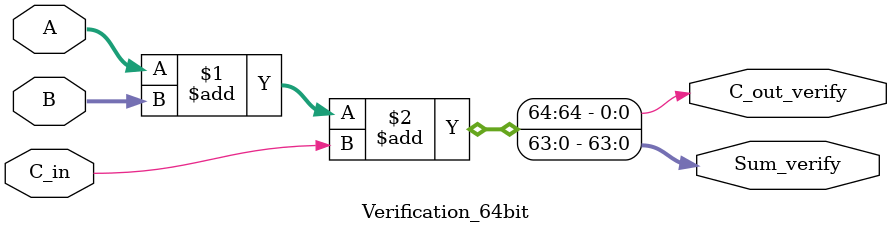
<source format=v>
`timescale 1ns / 1ps


module Verification_64bit(C_out_verify, Sum_verify, A, B, C_in);
    input [63:0] A, B;
    input C_in;
    output [63:0] Sum_verify;
    output C_out_verify;
    
    assign {C_out_verify, Sum_verify} = A + B + C_in;
endmodule
</source>
